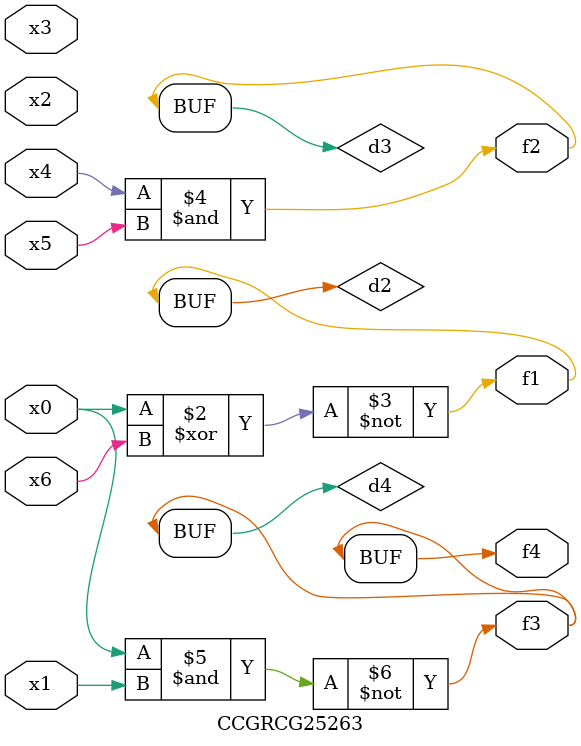
<source format=v>
module CCGRCG25263(
	input x0, x1, x2, x3, x4, x5, x6,
	output f1, f2, f3, f4
);

	wire d1, d2, d3, d4;

	nor (d1, x0);
	xnor (d2, x0, x6);
	and (d3, x4, x5);
	nand (d4, x0, x1);
	assign f1 = d2;
	assign f2 = d3;
	assign f3 = d4;
	assign f4 = d4;
endmodule

</source>
